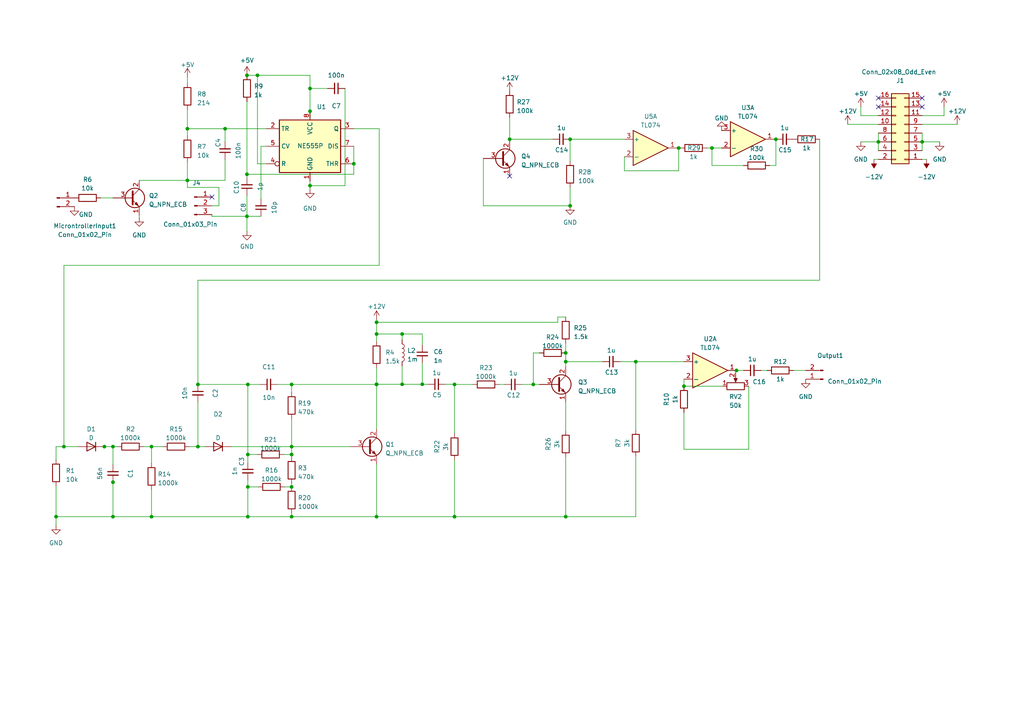
<source format=kicad_sch>
(kicad_sch (version 20230121) (generator eeschema)
  (paper "A4")
  (lib_symbols
    (symbol "Amplifier_Operational:TL074" (pin_names (offset 0.127))
      (property "Reference" "U" (at 0 5.08 0))
      (property "Value" "TL074" (at 0 -5.08 0))
      (symbol "TL074_1_1"
        (polyline (pts (xy -5.08 5.08) (xy 5.08 0) (xy -5.08 -5.08) (xy -5.08 5.08)) (stroke (width 0.254)) (fill (type background)))
        (pin output line (at 7.62 0 180) (length 2.54) (name "~") (number "1"))
        (pin input line (at -7.62 -2.54 0) (length 2.54) (name "-") (number "2"))
        (pin input line (at -7.62 2.54 0) (length 2.54) (name "+") (number "3"))
      )
      (symbol "TL074_2_1"
        (polyline (pts (xy -5.08 5.08) (xy 5.08 0) (xy -5.08 -5.08) (xy -5.08 5.08)) (stroke (width 0.254)) (fill (type background)))
        (pin input line (at -7.62 2.54 0) (length 2.54) (name "+") (number "5"))
        (pin input line (at -7.62 -2.54 0) (length 2.54) (name "-") (number "6"))
        (pin output line (at 7.62 0 180) (length 2.54) (name "~") (number "7"))
      )
      (symbol "TL074_3_1"
        (polyline (pts (xy -5.08 5.08) (xy 5.08 0) (xy -5.08 -5.08) (xy -5.08 5.08)) (stroke (width 0.254)) (fill (type background)))
        (pin input line (at -7.62 2.54 0) (length 2.54) (name "+") (number "10"))
        (pin output line (at 7.62 0 180) (length 2.54) (name "~") (number "8"))
        (pin input line (at -7.62 -2.54 0) (length 2.54) (name "-") (number "9"))
      )
      (symbol "TL074_4_1"
        (polyline (pts (xy -5.08 5.08) (xy 5.08 0) (xy -5.08 -5.08) (xy -5.08 5.08)) (stroke (width 0.254)) (fill (type background)))
        (pin input line (at -7.62 2.54 0) (length 2.54) (name "+") (number "12"))
        (pin input line (at -7.62 -2.54 0) (length 2.54) (name "-") (number "13"))
        (pin output line (at 7.62 0 180) (length 2.54) (name "~") (number "14"))
      )
      (symbol "TL074_5_1"
        (pin power_in line (at -2.54 -7.62 90) (length 3.81) (name "V-") (number "11"))
        (pin power_in line (at -2.54 7.62 270) (length 3.81) (name "V+") (number "4"))
      )
    )
    (symbol "Connector:Conn_01x02_Pin" (pin_names (offset 1.016) hide)
      (property "Reference" "J" (at 0 2.54 0))
      (property "Value" "Conn_01x02_Pin" (at 0 -5.08 0))
      (symbol "Conn_01x02_Pin_1_1"
        (polyline (pts (xy 1.27 -2.54) (xy 0.8636 -2.54)) (stroke (width 0.1524)))
        (polyline (pts (xy 1.27 0) (xy 0.8636 0)) (stroke (width 0.1524)))
        (rectangle (start 0.8636 -2.413) (end 0 -2.667) (stroke (width 0.1524)) (fill (type outline)))
        (rectangle (start 0.8636 0.127) (end 0 -0.127) (stroke (width 0.1524)) (fill (type outline)))
        (pin passive line (at 5.08 0 180) (length 3.81) (name "Pin_1") (number "1"))
        (pin passive line (at 5.08 -2.54 180) (length 3.81) (name "Pin_2") (number "2"))
      )
    )
    (symbol "Connector:Conn_01x03_Pin" (pin_names (offset 1.016) hide)
      (property "Reference" "J" (at 0 5.08 0))
      (property "Value" "Conn_01x03_Pin" (at 0 -5.08 0))
      (symbol "Conn_01x03_Pin_1_1"
        (polyline (pts (xy 1.27 -2.54) (xy 0.8636 -2.54)) (stroke (width 0.1524)))
        (polyline (pts (xy 1.27 0) (xy 0.8636 0)) (stroke (width 0.1524)))
        (polyline (pts (xy 1.27 2.54) (xy 0.8636 2.54)) (stroke (width 0.1524)))
        (rectangle (start 0.8636 -2.413) (end 0 -2.667) (stroke (width 0.1524)) (fill (type outline)))
        (rectangle (start 0.8636 0.127) (end 0 -0.127) (stroke (width 0.1524)) (fill (type outline)))
        (rectangle (start 0.8636 2.667) (end 0 2.413) (stroke (width 0.1524)) (fill (type outline)))
        (pin passive line (at 5.08 2.54 180) (length 3.81) (name "Pin_1") (number "1"))
        (pin passive line (at 5.08 0 180) (length 3.81) (name "Pin_2") (number "2"))
        (pin passive line (at 5.08 -2.54 180) (length 3.81) (name "Pin_3") (number "3"))
      )
    )
    (symbol "Connector_Generic:Conn_02x08_Odd_Even" (pin_names (offset 1.016) hide)
      (property "Reference" "J" (at 1.27 10.16 0))
      (property "Value" "Conn_02x08_Odd_Even" (at 1.27 -12.7 0))
      (symbol "Conn_02x08_Odd_Even_1_1"
        (rectangle (start -1.27 -10.033) (end 0 -10.287) (stroke (width 0.1524)))
        (rectangle (start -1.27 -7.493) (end 0 -7.747) (stroke (width 0.1524)))
        (rectangle (start -1.27 -4.953) (end 0 -5.207) (stroke (width 0.1524)))
        (rectangle (start -1.27 -2.413) (end 0 -2.667) (stroke (width 0.1524)))
        (rectangle (start -1.27 0.127) (end 0 -0.127) (stroke (width 0.1524)))
        (rectangle (start -1.27 2.667) (end 0 2.413) (stroke (width 0.1524)))
        (rectangle (start -1.27 5.207) (end 0 4.953) (stroke (width 0.1524)))
        (rectangle (start -1.27 7.747) (end 0 7.493) (stroke (width 0.1524)))
        (rectangle (start -1.27 8.89) (end 3.81 -11.43) (stroke (width 0.254)) (fill (type background)))
        (rectangle (start 3.81 -10.033) (end 2.54 -10.287) (stroke (width 0.1524)))
        (rectangle (start 3.81 -7.493) (end 2.54 -7.747) (stroke (width 0.1524)))
        (rectangle (start 3.81 -4.953) (end 2.54 -5.207) (stroke (width 0.1524)))
        (rectangle (start 3.81 -2.413) (end 2.54 -2.667) (stroke (width 0.1524)))
        (rectangle (start 3.81 0.127) (end 2.54 -0.127) (stroke (width 0.1524)))
        (rectangle (start 3.81 2.667) (end 2.54 2.413) (stroke (width 0.1524)))
        (rectangle (start 3.81 5.207) (end 2.54 4.953) (stroke (width 0.1524)))
        (rectangle (start 3.81 7.747) (end 2.54 7.493) (stroke (width 0.1524)))
        (pin passive line (at -5.08 7.62 0) (length 3.81) (name "Pin_1") (number "1"))
        (pin passive line (at 7.62 -2.54 180) (length 3.81) (name "Pin_10") (number "10"))
        (pin passive line (at -5.08 -5.08 0) (length 3.81) (name "Pin_11") (number "11"))
        (pin passive line (at 7.62 -5.08 180) (length 3.81) (name "Pin_12") (number "12"))
        (pin passive line (at -5.08 -7.62 0) (length 3.81) (name "Pin_13") (number "13"))
        (pin passive line (at 7.62 -7.62 180) (length 3.81) (name "Pin_14") (number "14"))
        (pin passive line (at -5.08 -10.16 0) (length 3.81) (name "Pin_15") (number "15"))
        (pin passive line (at 7.62 -10.16 180) (length 3.81) (name "Pin_16") (number "16"))
        (pin passive line (at 7.62 7.62 180) (length 3.81) (name "Pin_2") (number "2"))
        (pin passive line (at -5.08 5.08 0) (length 3.81) (name "Pin_3") (number "3"))
        (pin passive line (at 7.62 5.08 180) (length 3.81) (name "Pin_4") (number "4"))
        (pin passive line (at -5.08 2.54 0) (length 3.81) (name "Pin_5") (number "5"))
        (pin passive line (at 7.62 2.54 180) (length 3.81) (name "Pin_6") (number "6"))
        (pin passive line (at -5.08 0 0) (length 3.81) (name "Pin_7") (number "7"))
        (pin passive line (at 7.62 0 180) (length 3.81) (name "Pin_8") (number "8"))
        (pin passive line (at -5.08 -2.54 0) (length 3.81) (name "Pin_9") (number "9"))
      )
    )
    (symbol "Device:C_Small" (pin_numbers hide) (pin_names (offset 0.254) hide)
      (property "Reference" "C" (at 0.254 1.778 0))
      (property "Value" "C_Small" (at 0.254 -2.032 0))
      (symbol "C_Small_0_1"
        (polyline (pts (xy -1.524 -0.508) (xy 1.524 -0.508)) (stroke (width 0.3302)))
        (polyline (pts (xy -1.524 0.508) (xy 1.524 0.508)) (stroke (width 0.3048)))
      )
      (symbol "C_Small_1_1"
        (pin passive line (at 0 2.54 270) (length 2.032) (name "~") (number "1"))
        (pin passive line (at 0 -2.54 90) (length 2.032) (name "~") (number "2"))
      )
    )
    (symbol "Device:D" (pin_numbers hide) (pin_names (offset 1.016) hide)
      (property "Reference" "D" (at 0 2.54 0))
      (property "Value" "D" (at 0 -2.54 0))
      (symbol "D_0_1"
        (polyline (pts (xy -1.27 1.27) (xy -1.27 -1.27)) (stroke (width 0.254)))
        (polyline (pts (xy 1.27 0) (xy -1.27 0)))
        (polyline (pts (xy 1.27 1.27) (xy 1.27 -1.27) (xy -1.27 0) (xy 1.27 1.27)) (stroke (width 0.254)))
      )
      (symbol "D_1_1"
        (pin passive line (at -3.81 0 0) (length 2.54) (name "K") (number "1"))
        (pin passive line (at 3.81 0 180) (length 2.54) (name "A") (number "2"))
      )
    )
    (symbol "Device:L" (pin_numbers hide) (pin_names (offset 1.016) hide)
      (property "Reference" "L" (at -1.27 0 90))
      (property "Value" "L" (at 1.905 0 90))
      (symbol "L_0_1"
        (arc (start 0 -2.54) (mid 0.6323 -1.905) (end 0 -1.27))
        (arc (start 0 -1.27) (mid 0.6323 -0.635) (end 0 0))
        (arc (start 0 0) (mid 0.6323 0.635) (end 0 1.27))
        (arc (start 0 1.27) (mid 0.6323 1.905) (end 0 2.54))
      )
      (symbol "L_1_1"
        (pin passive line (at 0 3.81 270) (length 1.27) (name "1") (number "1"))
        (pin passive line (at 0 -3.81 90) (length 1.27) (name "2") (number "2"))
      )
    )
    (symbol "Device:Q_NPN_ECB" (pin_names (offset 0) hide)
      (property "Reference" "Q" (at 5.08 1.27 0))
      (property "Value" "Q_NPN_ECB" (at 5.08 -1.27 0))
      (symbol "Q_NPN_ECB_0_1"
        (polyline (pts (xy 0.635 0.635) (xy 2.54 2.54)))
        (polyline (pts (xy 0.635 -0.635) (xy 2.54 -2.54) (xy 2.54 -2.54)))
        (polyline (pts (xy 0.635 1.905) (xy 0.635 -1.905) (xy 0.635 -1.905)) (stroke (width 0.508)))
        (polyline (pts (xy 1.27 -1.778) (xy 1.778 -1.27) (xy 2.286 -2.286) (xy 1.27 -1.778) (xy 1.27 -1.778)) (fill (type outline)))
        (circle (center 1.27 0) (radius 2.8194) (stroke (width 0.254)))
      )
      (symbol "Q_NPN_ECB_1_1"
        (pin passive line (at 2.54 -5.08 90) (length 2.54) (name "E") (number "1"))
        (pin passive line (at 2.54 5.08 270) (length 2.54) (name "C") (number "2"))
        (pin passive line (at -5.08 0 0) (length 5.715) (name "B") (number "3"))
      )
    )
    (symbol "Device:R" (pin_numbers hide) (pin_names (offset 0))
      (property "Reference" "R" (at 2.032 0 90))
      (property "Value" "R" (at 0 0 90))
      (symbol "R_0_1"
        (rectangle (start -1.016 -2.54) (end 1.016 2.54) (stroke (width 0.254)))
      )
      (symbol "R_1_1"
        (pin passive line (at 0 3.81 270) (length 1.27) (name "~") (number "1"))
        (pin passive line (at 0 -3.81 90) (length 1.27) (name "~") (number "2"))
      )
    )
    (symbol "Device:R_Potentiometer" (pin_names (offset 1.016) hide)
      (property "Reference" "RV" (at -4.445 0 90))
      (property "Value" "R_Potentiometer" (at -2.54 0 90))
      (symbol "R_Potentiometer_0_1"
        (polyline (pts (xy 2.54 0) (xy 1.524 0)))
        (polyline (pts (xy 1.143 0) (xy 2.286 0.508) (xy 2.286 -0.508) (xy 1.143 0)) (fill (type outline)))
        (rectangle (start 1.016 2.54) (end -1.016 -2.54) (stroke (width 0.254)))
      )
      (symbol "R_Potentiometer_1_1"
        (pin passive line (at 0 3.81 270) (length 1.27) (name "1") (number "1"))
        (pin passive line (at 3.81 0 180) (length 1.27) (name "2") (number "2"))
        (pin passive line (at 0 -3.81 90) (length 1.27) (name "3") (number "3"))
      )
    )
    (symbol "Timer:NE555P"
      (property "Reference" "U" (at -10.16 8.89 0))
      (property "Value" "NE555P" (at 2.54 8.89 0))
      (symbol "NE555P_0_0"
        (pin power_in line (at 0 -10.16 90) (length 2.54) (name "GND") (number "1"))
        (pin power_in line (at 0 10.16 270) (length 2.54) (name "VCC") (number "8"))
      )
      (symbol "NE555P_0_1"
        (rectangle (start -8.89 -7.62) (end 8.89 7.62) (stroke (width 0.254)) (fill (type background)))
        (rectangle (start -8.89 -7.62) (end 8.89 7.62) (stroke (width 0.254)) (fill (type background)))
      )
      (symbol "NE555P_1_1"
        (pin input line (at -12.7 5.08 0) (length 3.81) (name "TR") (number "2"))
        (pin output line (at 12.7 5.08 180) (length 3.81) (name "Q") (number "3"))
        (pin input inverted (at -12.7 -5.08 0) (length 3.81) (name "R") (number "4"))
        (pin input line (at -12.7 0 0) (length 3.81) (name "CV") (number "5"))
        (pin input line (at 12.7 -5.08 180) (length 3.81) (name "THR") (number "6"))
        (pin input line (at 12.7 0 180) (length 3.81) (name "DIS") (number "7"))
      )
    )
    (symbol "power:+12V" (power) (pin_names (offset 0))
      (property "Value" "+12V" (at 0 3.556 0))
      (symbol "+12V_0_1"
        (polyline (pts (xy -0.762 1.27) (xy 0 2.54)))
        (polyline (pts (xy 0 0) (xy 0 2.54)))
        (polyline (pts (xy 0 2.54) (xy 0.762 1.27)))
      )
      (symbol "+12V_1_1"
        (pin power_in line (at 0 0 90) (length 0) hide (name "+12V") (number "1"))
      )
    )
    (symbol "power:+5V" (power) (pin_names (offset 0))
      (property "Value" "+5V" (at 0 3.556 0))
      (symbol "+5V_0_1"
        (polyline (pts (xy -0.762 1.27) (xy 0 2.54)))
        (polyline (pts (xy 0 0) (xy 0 2.54)))
        (polyline (pts (xy 0 2.54) (xy 0.762 1.27)))
      )
      (symbol "+5V_1_1"
        (pin power_in line (at 0 0 90) (length 0) hide (name "+5V") (number "1"))
      )
    )
    (symbol "power:-12V" (power) (pin_names (offset 0))
      (property "Value" "-12V" (at 0 3.81 0))
      (symbol "-12V_0_0"
        (pin power_in line (at 0 0 90) (length 0) hide (name "-12V") (number "1"))
      )
      (symbol "-12V_0_1"
        (polyline (pts (xy 0 0) (xy 0 1.27) (xy 0.762 1.27) (xy 0 2.54) (xy -0.762 1.27) (xy 0 1.27)) (fill (type outline)))
      )
    )
    (symbol "power:GND" (power) (pin_names (offset 0))
      (property "Value" "GND" (at 0 -3.81 0))
      (symbol "GND_0_1"
        (polyline (pts (xy 0 0) (xy 0 -1.27) (xy 1.27 -1.27) (xy 0 -2.54) (xy -1.27 -1.27) (xy 0 -1.27)))
      )
      (symbol "GND_1_1"
        (pin power_in line (at 0 0 270) (length 0) hide (name "GND") (number "1"))
      )
    )
  )
  (junction (at 71.882 111.506))
  (junction (at 206.502 42.926))
  (junction (at 71.882 141.224))
  (junction (at 213.614 107.442))
  (junction (at 16.256 149.86))
  (junction (at 54.356 37.338))
  (junction (at 71.882 149.86))
  (junction (at 32.766 129.54))
  (junction (at 267.462 41.148))
  (junction (at 184.404 104.902))
  (junction (at 109.22 149.86))
  (junction (at 57.404 129.54))
  (junction (at 57.404 111.506))
  (junction (at 74.676 21.844))
  (junction (at 43.942 129.54))
  (junction (at 43.942 149.86))
  (junction (at 54.356 52.324))
  (junction (at 18.542 129.54))
  (junction (at 71.628 21.844))
  (junction (at 116.6368 96.8756))
  (junction (at 131.826 111.506))
  (junction (at 154.686 111.506))
  (junction (at 65.278 37.338))
  (junction (at 71.628 50.546))
  (junction (at 109.22 93.472))
  (junction (at 164.084 102.362))
  (junction (at 32.766 139.8524))
  (junction (at 254.762 41.148))
  (junction (at 147.828 40.386))
  (junction (at 71.882 131.826))
  (junction (at 84.582 131.826))
  (junction (at 122.4788 111.4552))
  (junction (at 84.582 149.86))
  (junction (at 196.85 42.926))
  (junction (at 109.22 96.8756))
  (junction (at 89.916 25.654))
  (junction (at 84.582 111.506))
  (junction (at 225.044 40.386))
  (junction (at 84.582 129.54))
  (junction (at 131.826 149.86))
  (junction (at 164.084 104.902))
  (junction (at 30.2768 129.54))
  (junction (at 165.354 40.386))
  (junction (at 198.374 112.014))
  (junction (at 102.616 47.498))
  (junction (at 89.916 32.258))
  (junction (at 165.354 59.69))
  (junction (at 89.916 53.848))
  (junction (at 109.22 111.4552))
  (junction (at 109.22 111.506))
  (junction (at 164.084 149.86))
  (junction (at 71.628 62.738))
  (junction (at 32.766 149.86))
  (junction (at 84.582 141.224))
  (junction (at 116.6368 111.4552))
  (no_connect (at 254.762 28.448))
  (no_connect (at 267.462 28.448))
  (no_connect (at 267.462 30.988))
  (no_connect (at 147.828 51.054))
  (no_connect (at 61.468 57.15))
  (no_connect (at 254.762 30.988))
  (wire (pts (xy 224.536 40.386) (xy 225.044 40.386)))
  (wire (pts (xy 184.404 132.334) (xy 184.404 149.86)))
  (wire (pts (xy 184.404 104.902) (xy 179.832 104.902)))
  (wire (pts (xy 122.4788 111.4552) (xy 124.1044 111.4552)))
  (wire (pts (xy 54.356 37.338) (xy 54.356 39.37)))
  (wire (pts (xy 40.386 52.324) (xy 54.356 52.324)))
  (wire (pts (xy 140.208 59.69) (xy 165.354 59.69)))
  (wire (pts (xy 84.582 149.86) (xy 109.22 149.86)))
  (wire (pts (xy 109.22 106.68) (xy 109.22 111.4552)))
  (wire (pts (xy 122.4788 100.1268) (xy 122.4788 96.8756)))
  (wire (pts (xy 164.084 102.362) (xy 164.084 104.902)))
  (wire (pts (xy 109.982 76.962) (xy 18.542 76.962)))
  (wire (pts (xy 32.766 139.7) (xy 32.766 139.8524)))
  (wire (pts (xy 254.762 41.148) (xy 254.762 43.688)))
  (wire (pts (xy 84.582 129.54) (xy 101.6 129.54)))
  (wire (pts (xy 43.942 141.986) (xy 43.942 149.86)))
  (wire (pts (xy 89.916 21.844) (xy 74.676 21.844)))
  (wire (pts (xy 102.616 42.418) (xy 102.616 47.498)))
  (wire (pts (xy 160.274 40.386) (xy 147.828 40.386)))
  (wire (pts (xy 71.628 62.738) (xy 71.628 67.056)))
  (wire (pts (xy 131.826 133.35) (xy 131.826 149.86)))
  (wire (pts (xy 16.256 149.86) (xy 32.766 149.86)))
  (wire (pts (xy 75.692 57.658) (xy 75.692 42.418)))
  (wire (pts (xy 100.076 53.848) (xy 89.916 53.848)))
  (wire (pts (xy 71.628 62.738) (xy 75.692 62.738)))
  (wire (pts (xy 40.386 62.484) (xy 40.386 63.119)))
  (wire (pts (xy 89.916 53.848) (xy 89.916 54.864)))
  (wire (pts (xy 61.468 62.23) (xy 61.468 62.738)))
  (wire (pts (xy 181.102 45.466) (xy 181.102 49.53)))
  (wire (pts (xy 249.682 33.528) (xy 254.762 33.528)))
  (wire (pts (xy 102.616 50.546) (xy 102.616 47.498)))
  (wire (pts (xy 32.766 129.54) (xy 32.766 134.7724)))
  (wire (pts (xy 80.518 111.506) (xy 84.582 111.506)))
  (wire (pts (xy 237.744 40.386) (xy 237.744 81.28)))
  (wire (pts (xy 253.492 46.228) (xy 254.762 46.228)))
  (wire (pts (xy 206.502 48.006) (xy 206.502 42.926)))
  (wire (pts (xy 75.692 42.418) (xy 77.216 42.418)))
  (wire (pts (xy 245.872 36.068) (xy 254.762 36.068)))
  (wire (pts (xy 181.102 49.53) (xy 196.85 49.53)))
  (wire (pts (xy 43.942 129.54) (xy 43.942 134.366)))
  (wire (pts (xy 54.356 46.99) (xy 54.356 52.324)))
  (wire (pts (xy 137.16 111.506) (xy 131.826 111.506)))
  (wire (pts (xy 30.226 129.54) (xy 30.2768 129.54)))
  (wire (pts (xy 144.78 111.506) (xy 146.304 111.506)))
  (wire (pts (xy 184.404 124.714) (xy 184.404 104.902)))
  (wire (pts (xy 71.628 50.546) (xy 71.628 51.562)))
  (wire (pts (xy 71.882 149.86) (xy 84.582 149.86)))
  (wire (pts (xy 89.916 32.258) (xy 89.916 34.29)))
  (wire (pts (xy 196.342 42.926) (xy 196.85 42.926)))
  (wire (pts (xy 71.882 131.826) (xy 71.882 134.112)))
  (wire (pts (xy 84.582 111.506) (xy 109.22 111.506)))
  (wire (pts (xy 204.978 42.926) (xy 206.502 42.926)))
  (wire (pts (xy 63.5 54.356) (xy 63.5 59.69)))
  (wire (pts (xy 16.256 149.86) (xy 16.256 152.4)))
  (wire (pts (xy 32.766 139.8524) (xy 32.766 149.86)))
  (wire (pts (xy 84.582 111.506) (xy 84.582 113.792)))
  (wire (pts (xy 54.356 22.352) (xy 54.356 24.13)))
  (wire (pts (xy 165.354 40.386) (xy 181.102 40.386)))
  (wire (pts (xy 41.656 129.54) (xy 43.942 129.54)))
  (wire (pts (xy 223.266 48.006) (xy 225.044 48.006)))
  (wire (pts (xy 225.044 48.006) (xy 225.044 40.386)))
  (wire (pts (xy 71.882 111.506) (xy 75.438 111.506)))
  (wire (pts (xy 84.582 131.826) (xy 84.582 132.588)))
  (wire (pts (xy 164.084 104.902) (xy 174.752 104.902)))
  (wire (pts (xy 74.676 21.844) (xy 71.628 21.844)))
  (wire (pts (xy 151.384 111.506) (xy 154.686 111.506)))
  (wire (pts (xy 109.22 92.71) (xy 109.22 93.472)))
  (wire (pts (xy 122.4788 96.8756) (xy 116.6368 96.8756)))
  (wire (pts (xy 32.766 149.86) (xy 43.942 149.86)))
  (wire (pts (xy 267.462 36.068) (xy 277.622 36.068)))
  (wire (pts (xy 74.93 141.224) (xy 71.882 141.224)))
  (wire (pts (xy 140.208 45.974) (xy 140.208 59.69)))
  (wire (pts (xy 196.85 42.926) (xy 197.358 42.926)))
  (wire (pts (xy 184.404 104.902) (xy 198.374 104.902)))
  (wire (pts (xy 65.278 41.148) (xy 65.278 37.338)))
  (wire (pts (xy 116.6368 106.1212) (xy 116.6368 111.4552)))
  (wire (pts (xy 131.826 111.4552) (xy 131.826 111.506)))
  (wire (pts (xy 122.4788 105.2068) (xy 122.4788 111.4552)))
  (wire (pts (xy 77.216 47.498) (xy 74.676 47.498)))
  (wire (pts (xy 254.762 38.608) (xy 254.762 41.148)))
  (wire (pts (xy 129.1844 111.4552) (xy 131.826 111.4552)))
  (wire (pts (xy 84.582 140.208) (xy 84.582 141.224)))
  (wire (pts (xy 67.056 129.54) (xy 84.582 129.54)))
  (wire (pts (xy 161.798 91.948) (xy 164.084 91.948)))
  (wire (pts (xy 63.5 59.69) (xy 61.468 59.69)))
  (wire (pts (xy 109.22 93.472) (xy 161.798 93.472)))
  (wire (pts (xy 109.22 134.62) (xy 109.22 149.86)))
  (wire (pts (xy 65.278 37.338) (xy 77.216 37.338)))
  (wire (pts (xy 109.22 96.8756) (xy 109.22 99.06)))
  (wire (pts (xy 74.676 131.826) (xy 71.882 131.826)))
  (wire (pts (xy 18.542 129.54) (xy 22.6568 129.54)))
  (wire (pts (xy 57.404 129.54) (xy 59.436 129.54)))
  (wire (pts (xy 209.55 112.014) (xy 198.374 112.014)))
  (wire (pts (xy 213.614 107.442) (xy 215.646 107.442)))
  (wire (pts (xy 184.404 149.86) (xy 164.084 149.86)))
  (wire (pts (xy 249.682 41.148) (xy 254.762 41.148)))
  (wire (pts (xy 71.882 139.192) (xy 71.882 141.224)))
  (wire (pts (xy 165.354 40.386) (xy 165.354 46.736)))
  (wire (pts (xy 164.084 132.588) (xy 164.084 149.86)))
  (wire (pts (xy 213.36 107.442) (xy 213.614 107.442)))
  (wire (pts (xy 109.982 37.338) (xy 109.982 76.962)))
  (wire (pts (xy 89.916 52.578) (xy 89.916 53.848)))
  (wire (pts (xy 57.404 81.28) (xy 57.404 111.506)))
  (wire (pts (xy 89.916 21.844) (xy 89.916 25.654)))
  (wire (pts (xy 30.2768 129.54) (xy 32.766 129.54)))
  (wire (pts (xy 65.278 46.228) (xy 65.278 52.324)))
  (wire (pts (xy 198.374 112.014) (xy 198.374 109.982)))
  (wire (pts (xy 57.404 111.506) (xy 71.882 111.506)))
  (wire (pts (xy 164.084 99.568) (xy 164.084 102.362)))
  (wire (pts (xy 267.462 41.148) (xy 272.542 41.148)))
  (wire (pts (xy 54.356 52.324) (xy 54.356 54.356)))
  (wire (pts (xy 54.356 54.356) (xy 63.5 54.356)))
  (wire (pts (xy 198.374 130.302) (xy 217.17 130.302)))
  (wire (pts (xy 147.828 34.036) (xy 147.828 40.386)))
  (wire (pts (xy 94.996 25.654) (xy 89.916 25.654)))
  (wire (pts (xy 147.828 40.386) (xy 147.828 40.894)))
  (wire (pts (xy 161.798 93.472) (xy 161.798 91.948)))
  (wire (pts (xy 109.22 111.4552) (xy 116.6368 111.4552)))
  (wire (pts (xy 206.502 48.006) (xy 215.646 48.006)))
  (wire (pts (xy 61.468 62.738) (xy 71.628 62.738)))
  (wire (pts (xy 116.6368 111.4552) (xy 122.4788 111.4552)))
  (wire (pts (xy 84.582 148.844) (xy 84.582 149.86)))
  (wire (pts (xy 71.882 141.224) (xy 71.882 149.86)))
  (wire (pts (xy 154.686 102.362) (xy 154.686 111.506)))
  (wire (pts (xy 116.6368 98.5012) (xy 116.6368 96.8756)))
  (wire (pts (xy 164.084 116.586) (xy 164.084 124.968)))
  (wire (pts (xy 84.582 129.54) (xy 84.582 131.826)))
  (wire (pts (xy 273.812 33.528) (xy 273.812 30.988)))
  (wire (pts (xy 267.462 38.608) (xy 267.462 41.148)))
  (wire (pts (xy 43.942 149.86) (xy 71.882 149.86)))
  (wire (pts (xy 267.462 41.148) (xy 267.462 43.688)))
  (wire (pts (xy 82.296 131.826) (xy 84.582 131.826)))
  (wire (pts (xy 267.462 33.528) (xy 273.812 33.528)))
  (wire (pts (xy 54.864 129.54) (xy 57.404 129.54)))
  (wire (pts (xy 237.744 81.28) (xy 57.404 81.28)))
  (wire (pts (xy 16.256 129.54) (xy 16.256 133.35)))
  (wire (pts (xy 74.676 21.844) (xy 74.676 47.498)))
  (wire (pts (xy 100.076 25.654) (xy 100.076 53.848)))
  (wire (pts (xy 109.22 149.86) (xy 131.826 149.86)))
  (wire (pts (xy 89.916 25.654) (xy 89.916 32.258)))
  (wire (pts (xy 230.124 107.442) (xy 233.68 107.442)))
  (wire (pts (xy 43.942 129.54) (xy 47.244 129.54)))
  (wire (pts (xy 16.256 129.54) (xy 18.542 129.54)))
  (wire (pts (xy 71.628 50.546) (xy 102.616 50.546)))
  (wire (pts (xy 57.404 116.586) (xy 57.404 129.54)))
  (wire (pts (xy 131.826 111.506) (xy 131.826 125.73)))
  (wire (pts (xy 206.502 42.926) (xy 209.296 42.926)))
  (wire (pts (xy 196.85 49.53) (xy 196.85 42.926)))
  (wire (pts (xy 220.726 107.442) (xy 222.504 107.442)))
  (wire (pts (xy 54.356 52.324) (xy 65.278 52.324)))
  (wire (pts (xy 71.628 29.464) (xy 71.628 50.546)))
  (wire (pts (xy 154.686 111.506) (xy 156.464 111.506)))
  (wire (pts (xy 267.462 46.228) (xy 268.732 46.228)))
  (wire (pts (xy 109.22 111.4552) (xy 109.22 111.506)))
  (wire (pts (xy 102.616 37.338) (xy 109.982 37.338)))
  (wire (pts (xy 16.256 140.97) (xy 16.256 149.86)))
  (wire (pts (xy 82.55 141.224) (xy 84.582 141.224)))
  (wire (pts (xy 109.22 111.506) (xy 109.22 124.46)))
  (wire (pts (xy 164.084 149.86) (xy 131.826 149.86)))
  (wire (pts (xy 249.682 30.988) (xy 249.682 33.528)))
  (wire (pts (xy 18.542 76.962) (xy 18.542 129.54)))
  (wire (pts (xy 29.21 57.404) (xy 32.766 57.404)))
  (wire (pts (xy 71.882 111.506) (xy 71.882 131.826)))
  (wire (pts (xy 54.356 31.75) (xy 54.356 37.338)))
  (wire (pts (xy 213.36 107.442) (xy 213.36 108.204)))
  (wire (pts (xy 116.6368 96.8756) (xy 109.22 96.8756)))
  (wire (pts (xy 165.354 54.356) (xy 165.354 59.69)))
  (wire (pts (xy 217.17 112.014) (xy 217.17 130.302)))
  (wire (pts (xy 109.22 93.472) (xy 109.22 96.8756)))
  (wire (pts (xy 198.374 119.634) (xy 198.374 130.302)))
  (wire (pts (xy 71.628 56.642) (xy 71.628 62.738)))
  (wire (pts (xy 164.084 104.902) (xy 164.084 106.426)))
  (wire (pts (xy 65.278 37.338) (xy 54.356 37.338)))
  (wire (pts (xy 156.464 102.362) (xy 154.686 102.362)))
  (wire (pts (xy 84.582 121.412) (xy 84.582 129.54)))
  (wire (pts (xy 32.766 129.54) (xy 34.036 129.54)))
  (symbol (lib_id "Device:R_Potentiometer") (at 213.36 112.014 90) (unit 1)
    (property "Reference" "RV2" (at 213.36 115.062 90))
    (property "Value" "50k" (at 213.36 117.602 90))
    (property "Footprint" "Connector_JST:JST_EH_S3B-EH_1x03_P2.50mm_Horizontal" (effects hide))
  )
  (symbol (lib_id "Amplifier_Operational:TL074") (at 205.994 107.442 0) (unit 1)
    (property "Reference" "U2" (at 205.994 98.298 0))
    (property "Value" "TL074" (at 205.994 100.838 0))
    (property "Datasheet" "http://www.ti.com/lit/ds/symlink/tl071.pdf" (effects hide))
  )
  (symbol (lib_id "Device:R") (at 147.828 30.226 0) (unit 1)
    (property "Reference" "R27" (at 149.86 29.591 0) (effects (justify left)))
    (property "Value" "100k" (at 149.86 32.131 0) (effects (justify left)))
    (property "Footprint" "Resistor_SMD:R_1206_3216Metric_Pad1.30x1.75mm_HandSolder" (effects hide))
  )
  (symbol (lib_id "power:+5V") (at 54.356 22.352 0) (unit 1)
    (property "Reference" "#PWR015" (effects hide))
    (property "Value" "+5V" (at 54.356 18.796 0))
  )
  (symbol (lib_id "Connector_Generic:Conn_02x08_Odd_Even") (at 262.382 38.608 180) (unit 1)
    (property "Reference" "J1" (at 261.112 23.368 0))
    (property "Value" "Conn_02x08_Odd_Even" (at 260.7056 20.8788 0))
    (property "Footprint" "Connector_IDC:IDC-Header_2x08_P2.54mm_Vertical_SMD" (effects hide))
  )
  (symbol (lib_id "power:+5V") (at 71.628 21.844 0) (unit 1)
    (property "Reference" "#PWR013" (effects hide))
    (property "Value" "+5V" (at 71.628 17.526 0))
  )
  (symbol (lib_id "Device:R") (at 184.404 128.524 180) (unit 1)
    (property "Reference" "R7" (at 179.324 128.524 90))
    (property "Value" "3k" (at 181.864 128.524 90))
    (property "Footprint" "Resistor_SMD:R_1206_3216Metric_Pad1.30x1.75mm_HandSolder" (effects hide))
  )
  (symbol (lib_id "Device:C_Small") (at 218.186 107.442 90) (unit 1)
    (property "Reference" "C16" (at 220.218 110.744 90))
    (property "Value" "1u" (at 218.1923 104.14 90))
    (property "Footprint" "Capacitor_SMD:C_1206_3216Metric_Pad1.33x1.80mm_HandSolder" (effects hide))
  )
  (symbol (lib_id "Device:R") (at 51.054 129.54 90) (unit 1)
    (property "Reference" "R15" (at 51.054 124.46 90))
    (property "Value" "1000k" (at 51.054 127 90))
    (property "Footprint" "Resistor_SMD:R_1206_3216Metric_Pad1.30x1.75mm_HandSolder" (effects hide))
  )
  (symbol (lib_id "power:GND") (at 165.354 59.69 0) (unit 1)
    (property "Reference" "#PWR022" (effects hide))
    (property "Value" "GND" (at 165.354 64.516 0))
  )
  (symbol (lib_id "Device:Q_NPN_ECB") (at 37.846 57.404 0) (unit 1)
    (property "Reference" "Q2" (at 43.18 56.769 0) (effects (justify left)))
    (property "Value" "Q_NPN_ECB" (at 43.18 59.309 0) (effects (justify left)))
    (property "Footprint" "Package_TO_SOT_SMD:SOT-23-3" (effects hide))
  )
  (symbol (lib_id "Device:R") (at 78.74 141.224 270) (unit 1)
    (property "Reference" "R16" (at 78.74 136.398 90))
    (property "Value" "1000k" (at 78.74 138.938 90))
    (property "Footprint" "Resistor_SMD:R_1206_3216Metric_Pad1.30x1.75mm_HandSolder" (effects hide))
  )
  (symbol (lib_id "Device:Q_NPN_ECB") (at 145.288 45.974 0) (unit 1)
    (property "Reference" "Q4" (at 151.13 45.339 0) (effects (justify left)))
    (property "Value" "Q_NPN_ECB" (at 151.13 47.879 0) (effects (justify left)))
    (property "Footprint" "Package_TO_SOT_SMD:SOT-23-3" (effects hide))
  )
  (symbol (lib_id "power:GND") (at 272.542 41.148 0) (unit 1)
    (property "Reference" "#PWR04" (effects hide))
    (property "Value" "GND" (at 272.542 46.228 0))
  )
  (symbol (lib_id "Device:R") (at 201.168 42.926 270) (unit 1)
    (property "Reference" "R29" (at 201.295 42.926 90))
    (property "Value" "1k" (at 201.168 45.466 90))
    (property "Footprint" "Resistor_SMD:R_1206_3216Metric_Pad1.30x1.75mm_HandSolder" (effects hide))
  )
  (symbol (lib_id "power:GND") (at 209.296 37.846 180) (unit 1)
    (property "Reference" "#PWR019" (effects hide))
    (property "Value" "GND" (at 209.296 34.29 0))
  )
  (symbol (lib_id "Device:C_Small") (at 227.584 40.386 90) (unit 1)
    (property "Reference" "C15" (at 227.6856 43.4848 90))
    (property "Value" "1u" (at 227.5903 37.084 90))
    (property "Footprint" "Capacitor_SMD:C_1206_3216Metric_Pad1.33x1.80mm_HandSolder" (effects hide))
  )
  (symbol (lib_id "Device:C_Small") (at 122.4788 102.6668 0) (unit 1)
    (property "Reference" "C6" (at 125.73 102.0381 0) (effects (justify left)))
    (property "Value" "1n" (at 125.73 104.5781 0) (effects (justify left)))
    (property "Footprint" "Capacitor_SMD:C_1206_3216Metric_Pad1.33x1.80mm_HandSolder" (effects hide))
  )
  (symbol (lib_id "power:-12V") (at 253.492 46.228 180) (unit 1)
    (property "Reference" "#PWR01" (effects hide))
    (property "Value" "-12V" (at 253.492 51.308 0))
  )
  (symbol (lib_id "power:GND") (at 21.59 59.944 0) (unit 1)
    (property "Reference" "#PWR020" (effects hide))
    (property "Value" "GND" (at 24.892 62.23 0))
  )
  (symbol (lib_id "Device:R") (at 25.4 57.404 90) (unit 1)
    (property "Reference" "R6" (at 25.4 52.07 90))
    (property "Value" "10k" (at 25.4 54.61 90))
    (property "Footprint" "Resistor_SMD:R_1206_3216Metric_Pad1.30x1.75mm_HandSolder" (effects hide))
  )
  (symbol (lib_id "Device:C_Small") (at 65.278 43.688 180) (unit 1)
    (property "Reference" "C4" (at 63.246 41.402 90))
    (property "Value" "100n" (at 69.088 43.688 90))
    (property "Footprint" "Capacitor_SMD:C_1206_3216Metric_Pad1.33x1.80mm_HandSolder" (effects hide))
  )
  (symbol (lib_id "Device:R") (at 84.582 145.034 0) (unit 1)
    (property "Reference" "R20" (at 86.36 144.399 0) (effects (justify left)))
    (property "Value" "1000k" (at 86.36 146.939 0) (effects (justify left)))
    (property "Footprint" "Resistor_SMD:R_1206_3216Metric_Pad1.30x1.75mm_HandSolder" (effects hide))
  )
  (symbol (lib_id "Device:R") (at 131.826 129.54 180) (unit 1)
    (property "Reference" "R22" (at 126.746 129.54 90))
    (property "Value" "3k" (at 129.286 129.54 90))
    (property "Footprint" "Resistor_SMD:R_1206_3216Metric_Pad1.30x1.75mm_HandSolder" (effects hide))
  )
  (symbol (lib_id "Amplifier_Operational:TL074") (at 216.916 40.386 0) (unit 1)
    (property "Reference" "U3" (at 216.916 31.242 0))
    (property "Value" "TL074" (at 216.916 33.782 0))
    (property "Datasheet" "http://www.ti.com/lit/ds/symlink/tl071.pdf" (effects hide))
  )
  (symbol (lib_id "Device:R") (at 160.274 102.362 270) (unit 1)
    (property "Reference" "R24" (at 160.274 97.79 90))
    (property "Value" "1000k" (at 160.274 100.33 90))
    (property "Footprint" "Resistor_SMD:R_1206_3216Metric_Pad1.30x1.75mm_HandSolder" (effects hide))
  )
  (symbol (lib_id "power:+12V") (at 245.872 36.068 0) (unit 1)
    (property "Reference" "#PWR06" (effects hide))
    (property "Value" "+12V" (at 245.872 32.258 0))
  )
  (symbol (lib_id "Device:R") (at 78.486 131.826 270) (unit 1)
    (property "Reference" "R21" (at 78.486 127.508 90))
    (property "Value" "1000k" (at 78.486 130.048 90))
    (property "Footprint" "Resistor_SMD:R_1206_3216Metric_Pad1.30x1.75mm_HandSolder" (effects hide))
  )
  (symbol (lib_id "Device:R") (at 71.628 25.654 0) (unit 1)
    (property "Reference" "R9" (at 73.66 25.019 0) (effects (justify left)))
    (property "Value" "1k" (at 73.66 27.559 0) (effects (justify left)))
    (property "Footprint" "Resistor_SMD:R_1206_3216Metric_Pad1.30x1.75mm_HandSolder" (effects hide))
  )
  (symbol (lib_id "power:+12V") (at 277.622 36.068 0) (unit 1)
    (property "Reference" "#PWR07" (effects hide))
    (property "Value" "+12V" (at 277.622 32.258 0))
  )
  (symbol (lib_id "power:GND") (at 233.68 109.982 0) (unit 1)
    (property "Reference" "#PWR017" (effects hide))
    (property "Value" "GND" (at 233.68 115.062 0))
  )
  (symbol (lib_id "Connector:Conn_01x03_Pin") (at 56.388 59.69 0) (unit 1)
    (property "Reference" "J4" (at 57.023 53.086 0))
    (property "Value" "Conn_01x03_Pin" (at 55.2196 65.0748 0))
    (property "Footprint" "Connector_JST:JST_EH_S3B-EH_1x03_P2.50mm_Horizontal" (effects hide))
  )
  (symbol (lib_id "Device:R") (at 109.22 102.87 0) (unit 1)
    (property "Reference" "R4" (at 111.76 102.235 0) (effects (justify left)))
    (property "Value" "1.5k" (at 111.76 104.775 0) (effects (justify left)))
    (property "Footprint" "Resistor_SMD:R_1206_3216Metric_Pad1.30x1.75mm_HandSolder" (effects hide))
  )
  (symbol (lib_id "power:+5V") (at 249.682 30.988 0) (unit 1)
    (property "Reference" "#PWR09" (effects hide))
    (property "Value" "+5V" (at 249.682 27.178 0))
  )
  (symbol (lib_id "Connector:Conn_01x02_Pin") (at 16.51 57.404 0) (unit 1)
    (property "Reference" "MicrontrollerInput1" (at 24.638 65.532 0))
    (property "Value" "Conn_01x02_Pin" (at 24.638 68.072 0))
    (property "Footprint" "Connector_JST:JST_EH_S2B-EH_1x02_P2.50mm_Horizontal" (effects hide))
  )
  (symbol (lib_id "Device:R") (at 84.582 117.602 0) (unit 1)
    (property "Reference" "R19" (at 86.36 116.967 0) (effects (justify left)))
    (property "Value" "470k" (at 86.36 119.507 0) (effects (justify left)))
    (property "Footprint" "Resistor_SMD:R_1206_3216Metric_Pad1.30x1.75mm_HandSolder" (effects hide))
  )
  (symbol (lib_id "Device:R") (at 164.084 128.778 180) (unit 1)
    (property "Reference" "R26" (at 159.004 128.778 90))
    (property "Value" "3k" (at 161.544 128.778 90))
    (property "Footprint" "Resistor_SMD:R_1206_3216Metric_Pad1.30x1.75mm_HandSolder" (effects hide))
  )
  (symbol (lib_id "power:GND") (at 71.628 67.056 0) (unit 1)
    (property "Reference" "#PWR014" (effects hide))
    (property "Value" "GND" (at 71.628 71.501 0))
  )
  (symbol (lib_id "Device:C_Small") (at 162.814 40.386 90) (unit 1)
    (property "Reference" "C14" (at 162.9156 43.4848 90))
    (property "Value" "1u" (at 162.8203 37.084 90))
    (property "Footprint" "Capacitor_SMD:C_1206_3216Metric_Pad1.33x1.80mm_HandSolder" (effects hide))
  )
  (symbol (lib_id "Device:C_Small") (at 126.6444 111.4552 90) (unit 1)
    (property "Reference" "C5" (at 126.746 114.554 90))
    (property "Value" "1u" (at 126.6507 108.1532 90))
    (property "Footprint" "Capacitor_SMD:C_1206_3216Metric_Pad1.33x1.80mm_HandSolder" (effects hide))
  )
  (symbol (lib_id "power:GND") (at 16.256 152.4 0) (unit 1)
    (property "Reference" "#PWR012" (effects hide))
    (property "Value" "GND" (at 16.256 157.48 0))
  )
  (symbol (lib_id "Amplifier_Operational:TL074") (at 188.722 42.926 0) (unit 1)
    (property "Reference" "U5" (at 188.722 33.782 0))
    (property "Value" "TL074" (at 188.722 36.322 0))
    (property "Datasheet" "http://www.ti.com/lit/ds/symlink/tl071.pdf" (effects hide))
  )
  (symbol (lib_id "Connector:Conn_01x02_Pin") (at 238.76 109.982 180) (unit 1)
    (property "Reference" "Output1" (at 236.982 103.124 0) (effects (justify right)))
    (property "Value" "Conn_01x02_Pin" (at 240.03 110.617 0) (effects (justify right)))
    (property "Footprint" "Connector_JST:JST_EH_S2B-EH_1x02_P2.50mm_Horizontal" (effects hide))
  )
  (symbol (lib_id "Device:D") (at 63.246 129.54 180) (unit 1)
    (property "Reference" "D2" (at 63.246 120.142 0))
    (property "Value" "D" (at 63.246 127 0))
    (property "Footprint" "Diode_SMD:D_1206_3216Metric_Pad1.42x1.75mm_HandSolder" (effects hide))
    (property "Sim.Device" "D" (effects hide))
    (property "Sim.Pins" "1=K 2=A" (effects hide))
  )
  (symbol (lib_id "Device:C_Small") (at 75.692 60.198 180) (unit 1)
    (property "Reference" "C8" (at 70.612 60.1917 90))
    (property "Value" "10p" (at 79.502 60.198 90))
    (property "Footprint" "Capacitor_SMD:C_1206_3216Metric_Pad1.33x1.80mm_HandSolder" (effects hide))
  )
  (symbol (lib_id "power:+5V") (at 273.812 30.988 0) (unit 1)
    (property "Reference" "#PWR08" (effects hide))
    (property "Value" "+5V" (at 273.812 27.178 0))
  )
  (symbol (lib_id "Timer:NE555P") (at 89.916 42.418 0) (unit 1)
    (property "Reference" "U1" (at 91.8719 30.988 0) (effects (justify left)))
    (property "Value" "NE555P" (at 86.2076 42.3164 0) (effects (justify left)))
    (property "Footprint" "Package_DIP:DIP-8_W7.62mm" (effects hide))
    (property "Datasheet" "http://www.ti.com/lit/ds/symlink/ne555.pdf" (effects hide))
  )
  (symbol (lib_id "Device:L") (at 116.6368 102.3112 0) (unit 1)
    (property "Reference" "L2" (at 118.11 101.6762 0) (effects (justify left)))
    (property "Value" "1m" (at 118.11 104.2162 0) (effects (justify left)))
    (property "Footprint" "Inductor_SMD:L_1206_3216Metric_Pad1.42x1.75mm_HandSolder" (effects hide))
  )
  (symbol (lib_id "Device:C_Small") (at 71.882 136.652 0) (unit 1)
    (property "Reference" "C3" (at 70.104 133.858 90))
    (property "Value" "1n" (at 68.072 136.652 90))
    (property "Footprint" "Capacitor_SMD:C_1206_3216Metric_Pad1.33x1.80mm_HandSolder" (effects hide))
  )
  (symbol (lib_id "Device:R") (at 140.97 111.506 270) (unit 1)
    (property "Reference" "R23" (at 140.97 106.68 90))
    (property "Value" "1000k" (at 140.97 109.22 90))
    (property "Footprint" "Resistor_SMD:R_1206_3216Metric_Pad1.30x1.75mm_HandSolder" (effects hide))
  )
  (symbol (lib_id "Device:C_Small") (at 148.844 111.506 90) (unit 1)
    (property "Reference" "C12" (at 148.9456 114.6048 90))
    (property "Value" "1u" (at 148.8503 108.204 90))
    (property "Footprint" "Capacitor_SMD:C_1206_3216Metric_Pad1.33x1.80mm_HandSolder" (effects hide))
  )
  (symbol (lib_id "power:GND") (at 40.386 63.119 0) (unit 1)
    (property "Reference" "#PWR018" (effects hide))
    (property "Value" "GND" (at 40.386 68.199 0))
  )
  (symbol (lib_id "Device:R") (at 165.354 50.546 0) (unit 1)
    (property "Reference" "R28" (at 167.64 49.911 0) (effects (justify left)))
    (property "Value" "100k" (at 167.64 52.451 0) (effects (justify left)))
    (property "Footprint" "Resistor_SMD:R_1206_3216Metric_Pad1.30x1.75mm_HandSolder" (effects hide))
  )
  (symbol (lib_id "power:-12V") (at 268.732 46.228 180) (unit 1)
    (property "Reference" "#PWR03" (effects hide))
    (property "Value" "-12V" (at 268.732 51.308 0))
  )
  (symbol (lib_id "Device:R") (at 164.084 95.758 0) (unit 1)
    (property "Reference" "R25" (at 166.37 95.123 0) (effects (justify left)))
    (property "Value" "1.5k" (at 166.37 97.663 0) (effects (justify left)))
    (property "Footprint" "Resistor_SMD:R_1206_3216Metric_Pad1.30x1.75mm_HandSolder" (effects hide))
  )
  (symbol (lib_id "power:+12V") (at 109.22 92.71 0) (unit 1)
    (property "Reference" "#PWR010" (effects hide))
    (property "Value" "+12V" (at 109.22 88.9 0))
  )
  (symbol (lib_id "Device:R") (at 54.356 43.18 0) (unit 1)
    (property "Reference" "R7" (at 57.15 42.545 0) (effects (justify left)))
    (property "Value" "10k" (at 57.15 45.085 0) (effects (justify left)))
    (property "Footprint" "Resistor_SMD:R_1206_3216Metric_Pad1.30x1.75mm_HandSolder" (effects hide))
  )
  (symbol (lib_id "Device:R") (at 84.582 136.398 0) (unit 1)
    (property "Reference" "R3" (at 86.36 135.763 0) (effects (justify left)))
    (property "Value" "470k" (at 86.36 138.303 0) (effects (justify left)))
    (property "Footprint" "Resistor_SMD:R_1206_3216Metric_Pad1.30x1.75mm_HandSolder" (effects hide))
  )
  (symbol (lib_id "Device:R") (at 16.256 137.16 0) (unit 1)
    (property "Reference" "R1" (at 19.05 136.525 0) (effects (justify left)))
    (property "Value" "10k" (at 19.05 139.065 0) (effects (justify left)))
    (property "Footprint" "Resistor_SMD:R_1206_3216Metric_Pad1.30x1.75mm_HandSolder" (effects hide))
  )
  (symbol (lib_id "Device:C_Small") (at 57.404 114.046 0) (unit 1)
    (property "Reference" "C2" (at 62.484 114.0523 90))
    (property "Value" "10n" (at 53.594 114.046 90))
    (property "Footprint" "Capacitor_SMD:C_1206_3216Metric_Pad1.33x1.80mm_HandSolder" (effects hide))
  )
  (symbol (lib_id "Device:R") (at 233.934 40.386 270) (unit 1)
    (property "Reference" "R17" (at 234.061 40.386 90))
    (property "Value" "1k" (at 233.934 42.926 90))
    (property "Footprint" "Resistor_SMD:R_1206_3216Metric_Pad1.30x1.75mm_HandSolder" (effects hide))
  )
  (symbol (lib_id "Device:R") (at 54.356 27.94 0) (unit 1)
    (property "Reference" "R8" (at 57.15 27.305 0) (effects (justify left)))
    (property "Value" "214" (at 57.15 29.845 0) (effects (justify left)))
    (property "Footprint" "Resistor_SMD:R_1206_3216Metric_Pad1.30x1.75mm_HandSolder" (effects hide))
  )
  (symbol (lib_id "Device:R") (at 37.846 129.54 90) (unit 1)
    (property "Reference" "R2" (at 37.846 124.46 90))
    (property "Value" "1000k" (at 37.846 127 90))
    (property "Footprint" "Resistor_SMD:R_1206_3216Metric_Pad1.30x1.75mm_HandSolder" (effects hide))
  )
  (symbol (lib_id "Device:Q_NPN_ECB") (at 161.544 111.506 0) (unit 1)
    (property "Reference" "Q3" (at 167.64 110.871 0) (effects (justify left)))
    (property "Value" "Q_NPN_ECB" (at 167.64 113.411 0) (effects (justify left)))
    (property "Footprint" "Package_TO_SOT_SMD:SOT-23-3" (effects hide))
  )
  (symbol (lib_id "Device:R") (at 226.314 107.442 270) (unit 1)
    (property "Reference" "R12" (at 226.314 104.902 90))
    (property "Value" "1k" (at 226.314 109.982 90))
    (property "Footprint" "Resistor_SMD:R_1206_3216Metric_Pad1.30x1.75mm_HandSolder" (effects hide))
  )
  (symbol (lib_id "Device:C_Small") (at 177.292 104.902 90) (unit 1)
    (property "Reference" "C13" (at 177.3936 108.0008 90))
    (property "Value" "1u" (at 177.2983 101.6 90))
    (property "Footprint" "Capacitor_SMD:C_1206_3216Metric_Pad1.33x1.80mm_HandSolder" (effects hide))
  )
  (symbol (lib_id "Device:C_Small") (at 32.766 137.3124 0) (unit 1)
    (property "Reference" "C1" (at 37.846 137.3187 90))
    (property "Value" "56n" (at 28.956 137.3124 90))
    (property "Footprint" "Capacitor_SMD:C_1206_3216Metric_Pad1.33x1.80mm_HandSolder" (effects hide))
  )
  (symbol (lib_id "Device:R") (at 43.942 138.176 180) (unit 1)
    (property "Reference" "R14" (at 45.72 137.541 0) (effects (justify right)))
    (property "Value" "1000k" (at 45.72 140.081 0) (effects (justify right)))
    (property "Footprint" "Resistor_SMD:R_1206_3216Metric_Pad1.30x1.75mm_HandSolder" (effects hide))
  )
  (symbol (lib_id "Device:C_Small") (at 77.978 111.506 90) (unit 1)
    (property "Reference" "C11" (at 77.9843 106.426 90))
    (property "Value" "10n" (at 77.978 115.316 90))
    (property "Footprint" "Capacitor_SMD:C_1206_3216Metric_Pad1.33x1.80mm_HandSolder" (effects hide))
  )
  (symbol (lib_id "power:+12V") (at 147.828 26.416 0) (unit 1)
    (property "Reference" "#PWR021" (effects hide))
    (property "Value" "+12V" (at 147.828 22.606 0))
  )
  (symbol (lib_id "Device:Q_NPN_ECB") (at 106.68 129.54 0) (unit 1)
    (property "Reference" "Q1" (at 111.76 128.905 0) (effects (justify left)))
    (property "Value" "Q_NPN_ECB" (at 111.76 131.445 0) (effects (justify left)))
    (property "Footprint" "Package_TO_SOT_SMD:SOT-23-3" (effects hide))
  )
  (symbol (lib_id "Device:R") (at 219.456 48.006 90) (unit 1)
    (property "Reference" "R30" (at 219.456 43.18 90))
    (property "Value" "100k" (at 219.456 45.72 90))
    (property "Footprint" "Resistor_SMD:R_1206_3216Metric_Pad1.30x1.75mm_HandSolder" (effects hide))
  )
  (symbol (lib_id "Device:D") (at 26.4668 129.54 180) (unit 1)
    (property "Reference" "D1" (at 26.4668 124.46 0))
    (property "Value" "D" (at 26.4668 127 0))
    (property "Footprint" "Diode_SMD:D_1206_3216Metric_Pad1.42x1.75mm_HandSolder" (effects hide))
    (property "Sim.Device" "D" (effects hide))
    (property "Sim.Pins" "1=K 2=A" (effects hide))
  )
  (symbol (lib_id "Device:R") (at 198.374 115.824 180) (unit 1)
    (property "Reference" "R10" (at 193.294 115.824 90))
    (property "Value" "1k" (at 195.834 115.824 90))
    (property "Footprint" "Resistor_SMD:R_1206_3216Metric_Pad1.30x1.75mm_HandSolder" (effects hide))
  )
  (symbol (lib_id "power:GND") (at 249.682 41.148 0) (unit 1)
    (property "Reference" "#PWR05" (effects hide))
    (property "Value" "GND" (at 249.682 46.228 0))
  )
  (symbol (lib_id "Device:C_Small") (at 71.628 54.102 180) (unit 1)
    (property "Reference" "C10" (at 68.58 54.356 90))
    (property "Value" "1p" (at 75.438 54.102 90))
    (property "Footprint" "Capacitor_SMD:C_1206_3216Metric_Pad1.33x1.80mm_HandSolder" (effects hide))
  )
  (symbol (lib_id "power:GND") (at 89.916 54.864 0) (unit 1)
    (property "Reference" "#PWR016" (effects hide))
    (property "Value" "GND" (at 89.916 60.452 0))
  )
  (symbol (lib_id "Device:C_Small") (at 97.536 25.654 270) (unit 1)
    (property "Reference" "C7" (at 97.5297 30.734 90))
    (property "Value" "100n" (at 97.536 21.844 90))
    (property "Footprint" "Capacitor_SMD:C_1206_3216Metric_Pad1.33x1.80mm_HandSolder" (effects hide))
  )
)
</source>
